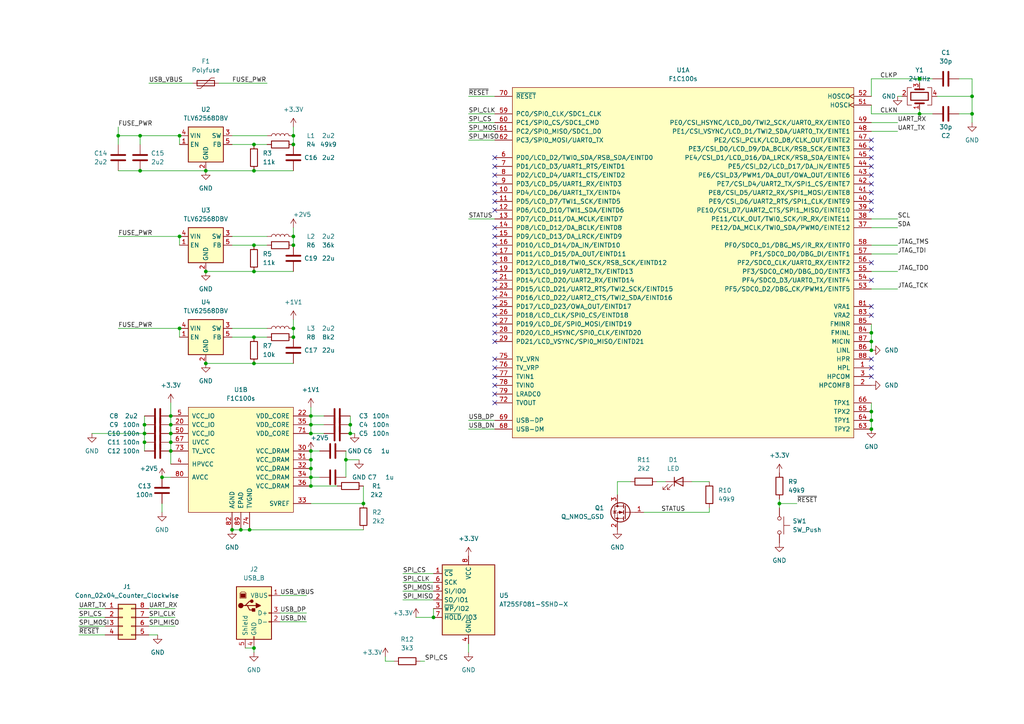
<source format=kicad_sch>
(kicad_sch (version 20230121) (generator eeschema)
  (paper "A4")
  (lib_symbols
    (symbol "3340_kicad:F1C100s" (pin_names (offset 1.016))
      (property "Reference" "U" (at 0 1.27 0))
      (property "Value" "F1C100s" (at 0 -1.27 0))
      (symbol "F1C100s_1_0"
        (pin output line (at 55.88 -30.48 180) (length 5.08) (name "HPL") (number "1"))
        (pin bidirectional line (at -53.34 20.32 0) (length 5.08) (name "PD4/LCD_D6/UART1_TX/EINTD4") (number "10"))
        (pin bidirectional line (at -53.34 17.78 0) (length 5.08) (name "PD5/LCD_D7/TWI1_SCK/EINTD5") (number "11"))
        (pin bidirectional line (at -53.34 15.24 0) (length 5.08) (name "PD6/LCD_D10/TWI1_SDA/EINTD6") (number "12"))
        (pin bidirectional line (at -53.34 12.7 0) (length 5.08) (name "PD7/LCD_D11/DA_MCLK/EINTD7") (number "13"))
        (pin bidirectional line (at -53.34 10.16 0) (length 5.08) (name "PD8/LCD_D12/DA_BCLK/EINTD8") (number "14"))
        (pin bidirectional line (at -53.34 7.62 0) (length 5.08) (name "PD9/LCD_D13/DA_LRCK/EINTD9") (number "15"))
        (pin bidirectional line (at -53.34 5.08 0) (length 5.08) (name "PD10/LCD_D14/DA_IN/EINTD10") (number "16"))
        (pin bidirectional line (at -53.34 2.54 0) (length 5.08) (name "PD11/LCD_D15/DA_OUT/EINTD11") (number "17"))
        (pin bidirectional line (at -53.34 0 0) (length 5.08) (name "PD12/LCD_D18/TWI0_SCK/RSB_SCK/EINTD12") (number "18"))
        (pin bidirectional line (at -53.34 -2.54 0) (length 5.08) (name "PD13/LCD_D19/UART2_TX/EINTD13") (number "19"))
        (pin input line (at 55.88 -35.56 180) (length 5.08) (name "HPCOMFB") (number "2"))
        (pin bidirectional line (at -53.34 -5.08 0) (length 5.08) (name "PD14/LCD_D20/UART2_RX/EINTD14") (number "21"))
        (pin bidirectional line (at -53.34 -7.62 0) (length 5.08) (name "PD15/LCD_D21/UART2_RTS/TWI2_SCK/EINTD15") (number "23"))
        (pin bidirectional line (at -53.34 -10.16 0) (length 5.08) (name "PD16/LCD_D22/UART2_CTS/TWI2_SDA/EINTD16") (number "24"))
        (pin bidirectional line (at -53.34 -12.7 0) (length 5.08) (name "PD17/LCD_D23/OWA_OUT/EINTD17") (number "25"))
        (pin bidirectional line (at -53.34 -15.24 0) (length 5.08) (name "PD18/LCD_CLK/SPI0_CS/EINTD18") (number "26"))
        (pin bidirectional line (at -53.34 -17.78 0) (length 5.08) (name "PD19/LCD_DE/SPI0_MOSI/EINTD19") (number "27"))
        (pin bidirectional line (at -53.34 -20.32 0) (length 5.08) (name "PD20/LCD_HSYNC/SPI0_CLK/EINTD20") (number "28"))
        (pin bidirectional line (at -53.34 -22.86 0) (length 5.08) (name "PD21/LCD_VSYNC/SPI0_MISO/EINTD21") (number "29"))
        (pin output line (at 55.88 -33.02 180) (length 5.08) (name "HPCOM") (number "3"))
        (pin bidirectional line (at 55.88 10.16 180) (length 5.08) (name "PE12/DA_MCLK/TWI0_SDA/PWM0/EINTE12") (number "37"))
        (pin bidirectional line (at 55.88 12.7 180) (length 5.08) (name "PE11/CLK_OUT/TWI0_SCK/IR_RX/EINTE11") (number "38"))
        (pin bidirectional line (at 55.88 15.24 180) (length 5.08) (name "PE10/CSI_D7/UART2_CTS/SPI1_MISO/EINTE10") (number "39"))
        (pin bidirectional line (at 55.88 17.78 180) (length 5.08) (name "PE9/CSI_D6/UART2_RTS/SPI1_CLK/EINTE9") (number "40"))
        (pin bidirectional line (at 55.88 20.32 180) (length 5.08) (name "PE8/CSI_D5/UART2_RX/SPI1_MOSI/EINTE8") (number "41"))
        (pin bidirectional line (at 55.88 22.86 180) (length 5.08) (name "PE7/CSI_D4/UART2_TX/SPI1_CS/EINTE7") (number "42"))
        (pin bidirectional line (at 55.88 25.4 180) (length 5.08) (name "PE6/CSI_D3/PWM1/DA_OUT/OWA_OUT/EINTE6") (number "43"))
        (pin bidirectional line (at 55.88 27.94 180) (length 5.08) (name "PE5/CSI_D2/LCD_D17/DA_IN/EINTE5") (number "44"))
        (pin bidirectional line (at 55.88 30.48 180) (length 5.08) (name "PE4/CSI_D1/LCD_D16/DA_LRCK/RSB_SDA/EINTE4") (number "45"))
        (pin bidirectional line (at 55.88 33.02 180) (length 5.08) (name "PE3/CSI_D0/LCD_D9/DA_BCLK/RSB_SCK/EINTE3") (number "46"))
        (pin bidirectional line (at 55.88 35.56 180) (length 5.08) (name "PE2/CSI_PCLK/LCD_D8/CLK_OUT/EINTE2") (number "47"))
        (pin bidirectional line (at 55.88 38.1 180) (length 5.08) (name "PE1/CSI_VSYNC/LCD_D1/TWI2_SDA/UART0_TX/EINTE1") (number "48"))
        (pin bidirectional line (at 55.88 40.64 180) (length 5.08) (name "PE0/CSI_HSYNC/LCD_D0/TWI2_SCK/UART0_RX/EINTE0") (number "49"))
        (pin input clock (at 55.88 45.72 180) (length 5.08) (name "HOSCI") (number "51"))
        (pin input clock (at 55.88 48.26 180) (length 5.08) (name "HOSCO") (number "52"))
        (pin bidirectional line (at 55.88 -7.62 180) (length 5.08) (name "PF5/SDC0_D2/DBG_CK/PWM1/EINTF5") (number "53"))
        (pin bidirectional line (at 55.88 -5.08 180) (length 5.08) (name "PF4/SDC0_D3/UART0_TX/EINTF4") (number "54"))
        (pin bidirectional line (at 55.88 -2.54 180) (length 5.08) (name "PF3/SDC0_CMD/DBG_DO/EINTF3") (number "55"))
        (pin bidirectional line (at 55.88 0 180) (length 5.08) (name "PF2/SDC0_CLK/UART0_RX/EINTF2") (number "56"))
        (pin bidirectional line (at 55.88 2.54 180) (length 5.08) (name "PF1/SDC0_D0/DBG_DI/EINTF1") (number "57"))
        (pin bidirectional line (at 55.88 5.08 180) (length 5.08) (name "PF0/SDC0_D1/DBG_MS/IR_RX/EINTF0") (number "58"))
        (pin bidirectional line (at -53.34 43.18 0) (length 5.08) (name "PC0/SPI0_CLK/SDC1_CLK") (number "59"))
        (pin bidirectional line (at -53.34 30.48 0) (length 5.08) (name "PD0/LCD_D2/TWI0_SDA/RSB_SDA/EINTD0") (number "6"))
        (pin bidirectional line (at -53.34 40.64 0) (length 5.08) (name "PC1/SPI0_CS/SDC1_CMD") (number "60"))
        (pin bidirectional line (at -53.34 38.1 0) (length 5.08) (name "PC2/SPI0_MISO/SDC1_D0") (number "61"))
        (pin bidirectional line (at -53.34 35.56 0) (length 5.08) (name "PC3/SPI0_MOSI/UART0_TX") (number "62"))
        (pin input line (at 55.88 -48.26 180) (length 5.08) (name "TPY2") (number "63"))
        (pin input line (at 55.88 -45.72 180) (length 5.08) (name "TPY1") (number "64"))
        (pin input line (at 55.88 -43.18 180) (length 5.08) (name "TPX2") (number "65"))
        (pin input line (at 55.88 -40.64 180) (length 5.08) (name "TPX1") (number "66"))
        (pin bidirectional line (at -53.34 -48.26 0) (length 5.08) (name "USB-DM") (number "68"))
        (pin bidirectional line (at -53.34 -45.72 0) (length 5.08) (name "USB-DP") (number "69"))
        (pin bidirectional line (at -53.34 27.94 0) (length 5.08) (name "PD1/LCD_D3/UART1_RTS/EINTD1") (number "7"))
        (pin input line (at -53.34 48.26 0) (length 5.08) (name "~{RESET}") (number "70"))
        (pin output line (at -53.34 -40.64 0) (length 5.08) (name "TVOUT") (number "72"))
        (pin input line (at -53.34 -27.94 0) (length 5.08) (name "TV_VRN") (number "75"))
        (pin input line (at -53.34 -30.48 0) (length 5.08) (name "TV_VRP") (number "76"))
        (pin input line (at -53.34 -33.02 0) (length 5.08) (name "TVIN1") (number "77"))
        (pin input line (at -53.34 -35.56 0) (length 5.08) (name "TVIN0") (number "78"))
        (pin input line (at -53.34 -38.1 0) (length 5.08) (name "LRADC0") (number "79"))
        (pin bidirectional line (at -53.34 25.4 0) (length 5.08) (name "PD2/LCD_D4/UART1_CTS/EINTD2") (number "8"))
        (pin input line (at 55.88 -20.32 180) (length 5.08) (name "FMINL") (number "84"))
        (pin input line (at 55.88 -17.78 180) (length 5.08) (name "FMINR") (number "85"))
        (pin input line (at 55.88 -25.4 180) (length 5.08) (name "LINL") (number "86"))
        (pin input line (at 55.88 -22.86 180) (length 5.08) (name "MICIN") (number "87"))
        (pin output line (at 55.88 -27.94 180) (length 5.08) (name "HPR") (number "88"))
        (pin bidirectional line (at -53.34 22.86 0) (length 5.08) (name "PD3/LCD_D5/UART1_RX/EINTD3") (number "9"))
      )
      (symbol "F1C100s_1_1"
        (rectangle (start -48.26 50.8) (end 50.8 -50.8) (fill (type background)))
        (pin output line (at 55.88 -12.7 180) (length 5.08) (name "VRA1") (number "81"))
        (pin output line (at 55.88 -15.24 180) (length 5.08) (name "VRA2") (number "83"))
      )
      (symbol "F1C100s_2_0"
        (pin power_in line (at -20.32 8.89 0) (length 5.08) (name "VCC_IO") (number "20"))
        (pin power_in line (at 20.32 11.43 180) (length 5.08) (name "VDD_CORE") (number "22"))
        (pin power_in line (at 20.32 1.27 180) (length 5.08) (name "VCC_DRAM") (number "30"))
        (pin power_in line (at 20.32 -1.27 180) (length 5.08) (name "VCC_DRAM") (number "31"))
        (pin power_in line (at 20.32 -3.81 180) (length 5.08) (name "VCC_DRAM") (number "32"))
        (pin input line (at 20.32 -13.97 180) (length 5.08) (name "SVREF") (number "33"))
        (pin power_in line (at 20.32 -6.35 180) (length 5.08) (name "VCC_DRAM") (number "34"))
        (pin power_in line (at 20.32 8.89 180) (length 5.08) (name "VDD_CORE") (number "35"))
        (pin power_in line (at 20.32 -8.89 180) (length 5.08) (name "VCC_DRAM") (number "36"))
        (pin power_in line (at -20.32 -2.54 0) (length 5.08) (name "HPVCC") (number "4"))
        (pin power_in line (at -20.32 11.43 0) (length 5.08) (name "VCC_IO") (number "5"))
        (pin power_in line (at -20.32 6.35 0) (length 5.08) (name "VCC_IO") (number "50"))
        (pin power_in line (at -20.32 3.81 0) (length 5.08) (name "UVCC") (number "67"))
        (pin power_in line (at 20.32 6.35 180) (length 5.08) (name "VDD_CORE") (number "71"))
        (pin power_in line (at -20.32 1.27 0) (length 5.08) (name "TV_VCC") (number "73"))
        (pin power_in line (at 2.54 -21.59 90) (length 5.08) (name "TVGND") (number "74"))
        (pin power_in line (at -20.32 -6.35 0) (length 5.08) (name "AVCC") (number "80"))
        (pin power_in line (at -2.54 -21.59 90) (length 5.08) (name "AGND") (number "82"))
        (pin power_in line (at 0 -21.59 90) (length 5.08) (name "EPAD") (number "89"))
      )
      (symbol "F1C100s_2_1"
        (rectangle (start -15.24 13.97) (end 15.24 -16.51) (fill (type background)))
      )
    )
    (symbol "Connector:USB_B" (pin_names (offset 1.016))
      (property "Reference" "J" (at -5.08 11.43 0))
      (property "Value" "USB_B" (at -5.08 8.89 0))
      (symbol "USB_B_0_1"
        (rectangle (start -5.08 -7.62) (end 5.08 7.62) (stroke (width 0.254)) (fill (type background)))
        (circle (center -3.81 2.159) (radius 0.635) (stroke (width 0.254)) (fill (type outline)))
        (rectangle (start -3.81 5.588) (end -2.54 4.572) (fill (type outline)))
        (circle (center -0.635 3.429) (radius 0.381) (stroke (width 0.254)) (fill (type outline)))
        (rectangle (start -0.127 -7.62) (end 0.127 -6.858))
        (polyline (pts (xy -1.905 2.159) (xy 0.635 2.159)) (stroke (width 0.254)))
        (polyline (pts (xy -3.175 2.159) (xy -2.54 2.159) (xy -1.27 3.429) (xy -0.635 3.429)) (stroke (width 0.254)))
        (polyline (pts (xy -2.54 2.159) (xy -1.905 2.159) (xy -1.27 0.889) (xy 0 0.889)) (stroke (width 0.254)))
        (polyline (pts (xy 0.635 2.794) (xy 0.635 1.524) (xy 1.905 2.159) (xy 0.635 2.794)) (stroke (width 0.254)) (fill (type outline)))
        (polyline (pts (xy -4.064 4.318) (xy -2.286 4.318) (xy -2.286 5.715) (xy -2.667 6.096) (xy -3.683 6.096) (xy -4.064 5.715) (xy -4.064 4.318)))
        (rectangle (start 0.254 1.27) (end -0.508 0.508) (stroke (width 0.254)) (fill (type outline)))
        (rectangle (start 5.08 -2.667) (end 4.318 -2.413))
        (rectangle (start 5.08 -0.127) (end 4.318 0.127))
        (rectangle (start 5.08 4.953) (end 4.318 5.207))
      )
      (symbol "USB_B_1_1"
        (pin power_out line (at 7.62 5.08 180) (length 2.54) (name "VBUS") (number "1"))
        (pin bidirectional line (at 7.62 -2.54 180) (length 2.54) (name "D-") (number "2"))
        (pin bidirectional line (at 7.62 0 180) (length 2.54) (name "D+") (number "3"))
        (pin power_out line (at 0 -10.16 90) (length 2.54) (name "GND") (number "4"))
        (pin passive line (at -2.54 -10.16 90) (length 2.54) (name "Shield") (number "5"))
      )
    )
    (symbol "Connector_Generic:Conn_02x04_Counter_Clockwise" (pin_names (offset 1.016) hide)
      (property "Reference" "J" (at 1.27 5.08 0))
      (property "Value" "Conn_02x04_Counter_Clockwise" (at 1.27 -7.62 0))
      (symbol "Conn_02x04_Counter_Clockwise_1_1"
        (rectangle (start -1.27 -4.953) (end 0 -5.207) (stroke (width 0.1524)))
        (rectangle (start -1.27 -2.413) (end 0 -2.667) (stroke (width 0.1524)))
        (rectangle (start -1.27 0.127) (end 0 -0.127) (stroke (width 0.1524)))
        (rectangle (start -1.27 2.667) (end 0 2.413) (stroke (width 0.1524)))
        (rectangle (start -1.27 3.81) (end 3.81 -6.35) (stroke (width 0.254)) (fill (type background)))
        (rectangle (start 3.81 -4.953) (end 2.54 -5.207) (stroke (width 0.1524)))
        (rectangle (start 3.81 -2.413) (end 2.54 -2.667) (stroke (width 0.1524)))
        (rectangle (start 3.81 0.127) (end 2.54 -0.127) (stroke (width 0.1524)))
        (rectangle (start 3.81 2.667) (end 2.54 2.413) (stroke (width 0.1524)))
        (pin passive line (at -5.08 2.54 0) (length 3.81) (name "Pin_1") (number "1"))
        (pin passive line (at -5.08 0 0) (length 3.81) (name "Pin_2") (number "2"))
        (pin passive line (at -5.08 -2.54 0) (length 3.81) (name "Pin_3") (number "3"))
        (pin passive line (at -5.08 -5.08 0) (length 3.81) (name "Pin_4") (number "4"))
        (pin passive line (at 7.62 -5.08 180) (length 3.81) (name "Pin_5") (number "5"))
        (pin passive line (at 7.62 -2.54 180) (length 3.81) (name "Pin_6") (number "6"))
        (pin passive line (at 7.62 0 180) (length 3.81) (name "Pin_7") (number "7"))
        (pin passive line (at 7.62 2.54 180) (length 3.81) (name "Pin_8") (number "8"))
      )
    )
    (symbol "Device:C" (pin_numbers hide) (pin_names (offset 0.254))
      (property "Reference" "C" (at 0.635 2.54 0))
      (property "Value" "C" (at 0.635 -2.54 0))
      (symbol "C_0_1"
        (polyline (pts (xy -2.032 -0.762) (xy 2.032 -0.762)) (stroke (width 0.508)))
        (polyline (pts (xy -2.032 0.762) (xy 2.032 0.762)) (stroke (width 0.508)))
      )
      (symbol "C_1_1"
        (pin passive line (at 0 3.81 270) (length 2.794) (name "~") (number "1"))
        (pin passive line (at 0 -3.81 90) (length 2.794) (name "~") (number "2"))
      )
    )
    (symbol "Device:Crystal_GND24" (pin_names (offset 1.016) hide)
      (property "Reference" "Y" (at 3.175 5.08 0))
      (property "Value" "Crystal_GND24" (at 3.175 3.175 0))
      (symbol "Crystal_GND24_0_1"
        (rectangle (start -1.143 2.54) (end 1.143 -2.54) (stroke (width 0.3048)))
        (polyline (pts (xy -2.54 0) (xy -2.032 0)))
        (polyline (pts (xy -2.032 -1.27) (xy -2.032 1.27)) (stroke (width 0.508)))
        (polyline (pts (xy 0 -3.81) (xy 0 -3.556)))
        (polyline (pts (xy 0 3.556) (xy 0 3.81)))
        (polyline (pts (xy 2.032 -1.27) (xy 2.032 1.27)) (stroke (width 0.508)))
        (polyline (pts (xy 2.032 0) (xy 2.54 0)))
        (polyline (pts (xy -2.54 -2.286) (xy -2.54 -3.556) (xy 2.54 -3.556) (xy 2.54 -2.286)))
        (polyline (pts (xy -2.54 2.286) (xy -2.54 3.556) (xy 2.54 3.556) (xy 2.54 2.286)))
      )
      (symbol "Crystal_GND24_1_1"
        (pin passive line (at -3.81 0 0) (length 1.27) (name "1") (number "1"))
        (pin passive line (at 0 5.08 270) (length 1.27) (name "2") (number "2"))
        (pin passive line (at 3.81 0 180) (length 1.27) (name "3") (number "3"))
        (pin passive line (at 0 -5.08 90) (length 1.27) (name "4") (number "4"))
      )
    )
    (symbol "Device:L" (pin_numbers hide) (pin_names (offset 1.016) hide)
      (property "Reference" "L" (at -1.27 0 90))
      (property "Value" "L" (at 1.905 0 90))
      (symbol "L_0_1"
        (arc (start 0 -2.54) (mid 0.6323 -1.905) (end 0 -1.27))
        (arc (start 0 -1.27) (mid 0.6323 -0.635) (end 0 0))
        (arc (start 0 0) (mid 0.6323 0.635) (end 0 1.27))
        (arc (start 0 1.27) (mid 0.6323 1.905) (end 0 2.54))
      )
      (symbol "L_1_1"
        (pin passive line (at 0 3.81 270) (length 1.27) (name "1") (number "1"))
        (pin passive line (at 0 -3.81 90) (length 1.27) (name "2") (number "2"))
      )
    )
    (symbol "Device:LED" (pin_numbers hide) (pin_names (offset 1.016) hide)
      (property "Reference" "D" (at 0 2.54 0))
      (property "Value" "LED" (at 0 -2.54 0))
      (symbol "LED_0_1"
        (polyline (pts (xy -1.27 -1.27) (xy -1.27 1.27)) (stroke (width 0.254)))
        (polyline (pts (xy -1.27 0) (xy 1.27 0)))
        (polyline (pts (xy 1.27 -1.27) (xy 1.27 1.27) (xy -1.27 0) (xy 1.27 -1.27)) (stroke (width 0.254)))
        (polyline (pts (xy -3.048 -0.762) (xy -4.572 -2.286) (xy -3.81 -2.286) (xy -4.572 -2.286) (xy -4.572 -1.524)))
        (polyline (pts (xy -1.778 -0.762) (xy -3.302 -2.286) (xy -2.54 -2.286) (xy -3.302 -2.286) (xy -3.302 -1.524)))
      )
      (symbol "LED_1_1"
        (pin passive line (at -3.81 0 0) (length 2.54) (name "K") (number "1"))
        (pin passive line (at 3.81 0 180) (length 2.54) (name "A") (number "2"))
      )
    )
    (symbol "Device:Polyfuse" (pin_numbers hide) (pin_names (offset 0))
      (property "Reference" "F" (at -2.54 0 90))
      (property "Value" "Polyfuse" (at 2.54 0 90))
      (symbol "Polyfuse_0_1"
        (rectangle (start -0.762 2.54) (end 0.762 -2.54) (stroke (width 0.254)))
        (polyline (pts (xy 0 2.54) (xy 0 -2.54)))
        (polyline (pts (xy -1.524 2.54) (xy -1.524 1.524) (xy 1.524 -1.524) (xy 1.524 -2.54)))
      )
      (symbol "Polyfuse_1_1"
        (pin passive line (at 0 3.81 270) (length 1.27) (name "~") (number "1"))
        (pin passive line (at 0 -3.81 90) (length 1.27) (name "~") (number "2"))
      )
    )
    (symbol "Device:Q_NMOS_GSD" (pin_names (offset 0) hide)
      (property "Reference" "Q" (at 5.08 1.27 0))
      (property "Value" "Q_NMOS_GSD" (at 5.08 -1.27 0))
      (symbol "Q_NMOS_GSD_0_1"
        (polyline (pts (xy 0.254 0) (xy -2.54 0)))
        (polyline (pts (xy 0.254 1.905) (xy 0.254 -1.905)) (stroke (width 0.254)))
        (polyline (pts (xy 0.762 -1.27) (xy 0.762 -2.286)) (stroke (width 0.254)))
        (polyline (pts (xy 0.762 0.508) (xy 0.762 -0.508)) (stroke (width 0.254)))
        (polyline (pts (xy 0.762 2.286) (xy 0.762 1.27)) (stroke (width 0.254)))
        (polyline (pts (xy 2.54 2.54) (xy 2.54 1.778)))
        (polyline (pts (xy 2.54 -2.54) (xy 2.54 0) (xy 0.762 0)))
        (polyline (pts (xy 0.762 -1.778) (xy 3.302 -1.778) (xy 3.302 1.778) (xy 0.762 1.778)))
        (polyline (pts (xy 1.016 0) (xy 2.032 0.381) (xy 2.032 -0.381) (xy 1.016 0)) (fill (type outline)))
        (polyline (pts (xy 2.794 0.508) (xy 2.921 0.381) (xy 3.683 0.381) (xy 3.81 0.254)))
        (polyline (pts (xy 3.302 0.381) (xy 2.921 -0.254) (xy 3.683 -0.254) (xy 3.302 0.381)))
        (circle (center 1.651 0) (radius 2.794) (stroke (width 0.254)))
        (circle (center 2.54 -1.778) (radius 0.254) (fill (type outline)))
        (circle (center 2.54 1.778) (radius 0.254) (fill (type outline)))
      )
      (symbol "Q_NMOS_GSD_1_1"
        (pin input line (at -5.08 0 0) (length 2.54) (name "G") (number "1"))
        (pin passive line (at 2.54 -5.08 90) (length 2.54) (name "S") (number "2"))
        (pin passive line (at 2.54 5.08 270) (length 2.54) (name "D") (number "3"))
      )
    )
    (symbol "Device:R" (pin_numbers hide) (pin_names (offset 0))
      (property "Reference" "R" (at 2.032 0 90))
      (property "Value" "R" (at 0 0 90))
      (symbol "R_0_1"
        (rectangle (start -1.016 -2.54) (end 1.016 2.54) (stroke (width 0.254)))
      )
      (symbol "R_1_1"
        (pin passive line (at 0 3.81 270) (length 1.27) (name "~") (number "1"))
        (pin passive line (at 0 -3.81 90) (length 1.27) (name "~") (number "2"))
      )
    )
    (symbol "Memory_Flash:AT25SF081-SSHD-X"
      (property "Reference" "U" (at -6.35 11.43 0))
      (property "Value" "AT25SF081-SSHD-X" (at 11.43 11.43 0))
      (symbol "AT25SF081-SSHD-X_0_1"
        (rectangle (start -7.62 10.16) (end 7.62 -10.16) (stroke (width 0.254)) (fill (type background)))
      )
      (symbol "AT25SF081-SSHD-X_1_1"
        (pin input line (at -10.16 7.62 0) (length 2.54) (name "~{CS}") (number "1"))
        (pin bidirectional line (at -10.16 0 0) (length 2.54) (name "SO/IO1") (number "2"))
        (pin bidirectional line (at -10.16 -2.54 0) (length 2.54) (name "~{WP}/IO2") (number "3"))
        (pin power_in line (at 0 -12.7 90) (length 2.54) (name "GND") (number "4"))
        (pin bidirectional line (at -10.16 2.54 0) (length 2.54) (name "SI/IO0") (number "5"))
        (pin input line (at -10.16 5.08 0) (length 2.54) (name "SCK") (number "6"))
        (pin bidirectional line (at -10.16 -5.08 0) (length 2.54) (name "~{HOLD}/IO3") (number "7"))
        (pin power_in line (at 0 12.7 270) (length 2.54) (name "VCC") (number "8"))
      )
    )
    (symbol "Regulator_Switching:TLV62568DBV"
      (property "Reference" "U" (at -5.08 6.35 0))
      (property "Value" "TLV62568DBV" (at 0 6.35 0))
      (symbol "TLV62568DBV_0_1"
        (rectangle (start -5.08 5.08) (end 5.08 -5.08) (stroke (width 0.254)) (fill (type background)))
      )
      (symbol "TLV62568DBV_1_1"
        (pin input line (at -7.62 0 0) (length 2.54) (name "EN") (number "1"))
        (pin power_in line (at 0 -7.62 90) (length 2.54) (name "GND") (number "2"))
        (pin power_out line (at 7.62 2.54 180) (length 2.54) (name "SW") (number "3"))
        (pin power_in line (at -7.62 2.54 0) (length 2.54) (name "VIN") (number "4"))
        (pin input line (at 7.62 0 180) (length 2.54) (name "FB") (number "5"))
      )
    )
    (symbol "Switch:SW_Push" (pin_numbers hide) (pin_names (offset 1.016) hide)
      (property "Reference" "SW" (at 1.27 2.54 0))
      (property "Value" "SW_Push" (at 0 -1.524 0))
      (symbol "SW_Push_0_1"
        (circle (center -2.032 0) (radius 0.508))
        (polyline (pts (xy 0 1.27) (xy 0 3.048)))
        (polyline (pts (xy 2.54 1.27) (xy -2.54 1.27)))
        (circle (center 2.032 0) (radius 0.508))
        (pin passive line (at -5.08 0 0) (length 2.54) (name "1") (number "1"))
        (pin passive line (at 5.08 0 180) (length 2.54) (name "2") (number "2"))
      )
    )
    (symbol "power:+1V1" (power) (pin_names (offset 0))
      (property "Value" "+1V1" (at 0 3.556 0))
      (symbol "+1V1_0_1"
        (polyline (pts (xy -0.762 1.27) (xy 0 2.54)))
        (polyline (pts (xy 0 0) (xy 0 2.54)))
        (polyline (pts (xy 0 2.54) (xy 0.762 1.27)))
      )
      (symbol "+1V1_1_1"
        (pin power_in line (at 0 0 90) (length 0) hide (name "+1V1") (number "1"))
      )
    )
    (symbol "power:+2V5" (power) (pin_names (offset 0))
      (property "Value" "+2V5" (at 0 3.556 0))
      (symbol "+2V5_0_1"
        (polyline (pts (xy -0.762 1.27) (xy 0 2.54)))
        (polyline (pts (xy 0 0) (xy 0 2.54)))
        (polyline (pts (xy 0 2.54) (xy 0.762 1.27)))
      )
      (symbol "+2V5_1_1"
        (pin power_in line (at 0 0 90) (length 0) hide (name "+2V5") (number "1"))
      )
    )
    (symbol "power:+3.3V" (power) (pin_names (offset 0))
      (property "Value" "+3.3V" (at 0 3.556 0))
      (symbol "+3.3V_0_1"
        (polyline (pts (xy -0.762 1.27) (xy 0 2.54)))
        (polyline (pts (xy 0 0) (xy 0 2.54)))
        (polyline (pts (xy 0 2.54) (xy 0.762 1.27)))
      )
      (symbol "+3.3V_1_1"
        (pin power_in line (at 0 0 90) (length 0) hide (name "+3.3V") (number "1"))
      )
    )
    (symbol "power:GND" (power) (pin_names (offset 0))
      (property "Value" "GND" (at 0 -3.81 0))
      (symbol "GND_0_1"
        (polyline (pts (xy 0 0) (xy 0 -1.27) (xy 1.27 -1.27) (xy 0 -2.54) (xy -1.27 -1.27) (xy 0 -1.27)))
      )
      (symbol "GND_1_1"
        (pin power_in line (at 0 0 270) (length 0) hide (name "GND") (number "1"))
      )
    )
  )
  (junction (at 49.53 123.19))
  (junction (at 41.91 128.27))
  (junction (at 59.69 78.74))
  (junction (at 73.66 97.79))
  (junction (at 46.99 138.43))
  (junction (at 34.29 39.37))
  (junction (at 41.91 123.19))
  (junction (at 73.66 41.91))
  (junction (at 85.09 39.37))
  (junction (at 252.73 119.38))
  (junction (at 90.17 138.43))
  (junction (at 73.66 71.12))
  (junction (at 85.09 68.58))
  (junction (at 49.53 120.65))
  (junction (at 90.17 130.81))
  (junction (at 266.7 22.86))
  (junction (at 73.66 78.74))
  (junction (at 101.6 123.19))
  (junction (at 52.07 68.58))
  (junction (at 72.39 153.67))
  (junction (at 252.73 99.06))
  (junction (at 90.17 123.19))
  (junction (at 105.41 146.05))
  (junction (at 40.64 39.37))
  (junction (at 252.73 121.92))
  (junction (at 85.09 97.79))
  (junction (at 90.17 125.73))
  (junction (at 73.66 49.53))
  (junction (at 52.07 95.25))
  (junction (at 41.91 125.73))
  (junction (at 85.09 41.91))
  (junction (at 90.17 140.97))
  (junction (at 67.31 153.67))
  (junction (at 125.73 179.07))
  (junction (at 85.09 71.12))
  (junction (at 59.69 49.53))
  (junction (at 59.69 105.41))
  (junction (at 85.09 95.25))
  (junction (at 90.17 135.89))
  (junction (at 100.33 133.35))
  (junction (at 226.06 146.05))
  (junction (at 252.73 124.46))
  (junction (at 101.6 125.73))
  (junction (at 52.07 39.37))
  (junction (at 252.73 96.52))
  (junction (at 40.64 49.53))
  (junction (at 281.94 33.02))
  (junction (at 69.85 153.67))
  (junction (at 252.73 101.6))
  (junction (at 73.66 105.41))
  (junction (at 90.17 133.35))
  (junction (at 49.53 128.27))
  (junction (at 281.94 27.94))
  (junction (at 266.7 33.02))
  (junction (at 49.53 130.81))
  (junction (at 90.17 120.65))
  (junction (at 73.66 187.96))
  (junction (at 49.53 125.73))
  (no_connect (at 252.73 58.42))
  (no_connect (at 143.51 78.74))
  (no_connect (at 252.73 81.28))
  (no_connect (at 143.51 93.98))
  (no_connect (at 252.73 53.34))
  (no_connect (at 143.51 76.2))
  (no_connect (at 143.51 99.06))
  (no_connect (at 252.73 76.2))
  (no_connect (at 143.51 114.3))
  (no_connect (at 143.51 45.72))
  (no_connect (at 252.73 50.8))
  (no_connect (at 252.73 60.96))
  (no_connect (at 252.73 91.44))
  (no_connect (at 143.51 58.42))
  (no_connect (at 252.73 109.22))
  (no_connect (at 252.73 55.88))
  (no_connect (at 143.51 68.58))
  (no_connect (at 143.51 55.88))
  (no_connect (at 143.51 71.12))
  (no_connect (at 252.73 43.18))
  (no_connect (at 252.73 45.72))
  (no_connect (at 143.51 48.26))
  (no_connect (at 143.51 109.22))
  (no_connect (at 143.51 53.34))
  (no_connect (at 252.73 48.26))
  (no_connect (at 143.51 86.36))
  (no_connect (at 143.51 116.84))
  (no_connect (at 252.73 40.64))
  (no_connect (at 252.73 88.9))
  (no_connect (at 143.51 50.8))
  (no_connect (at 143.51 83.82))
  (no_connect (at 252.73 106.68))
  (no_connect (at 252.73 104.14))
  (no_connect (at 143.51 91.44))
  (no_connect (at 143.51 73.66))
  (no_connect (at 143.51 81.28))
  (no_connect (at 143.51 60.96))
  (no_connect (at 143.51 104.14))
  (no_connect (at 143.51 106.68))
  (no_connect (at 143.51 111.76))
  (no_connect (at 143.51 88.9))
  (no_connect (at 143.51 96.52))
  (no_connect (at 143.51 66.04))
  (wire (pts (xy 101.6 120.65) (xy 101.6 123.19)))
  (wire (pts (xy 34.29 95.25) (xy 52.07 95.25)))
  (wire (pts (xy 101.6 123.19) (xy 101.6 125.73)))
  (wire (pts (xy 67.31 39.37) (xy 77.47 39.37)))
  (wire (pts (xy 205.74 139.7) (xy 200.66 139.7)))
  (wire (pts (xy 67.31 97.79) (xy 73.66 97.79)))
  (wire (pts (xy 90.17 133.35) (xy 90.17 135.89)))
  (wire (pts (xy 22.86 181.61) (xy 30.48 181.61)))
  (wire (pts (xy 100.33 130.81) (xy 100.33 133.35)))
  (wire (pts (xy 281.94 22.86) (xy 281.94 27.94)))
  (wire (pts (xy 81.28 172.72) (xy 88.9 172.72)))
  (wire (pts (xy 90.17 146.05) (xy 105.41 146.05)))
  (wire (pts (xy 73.66 105.41) (xy 85.09 105.41)))
  (wire (pts (xy 111.76 191.77) (xy 114.3 191.77)))
  (wire (pts (xy 90.17 118.11) (xy 90.17 120.65)))
  (wire (pts (xy 252.73 78.74) (xy 260.35 78.74)))
  (wire (pts (xy 52.07 39.37) (xy 40.64 39.37)))
  (wire (pts (xy 43.18 184.15) (xy 45.72 184.15)))
  (wire (pts (xy 252.73 99.06) (xy 252.73 101.6)))
  (wire (pts (xy 252.73 71.12) (xy 260.35 71.12)))
  (wire (pts (xy 49.53 116.84) (xy 49.53 120.65)))
  (wire (pts (xy 97.79 140.97) (xy 90.17 140.97)))
  (wire (pts (xy 72.39 153.67) (xy 105.41 153.67)))
  (wire (pts (xy 81.28 180.34) (xy 88.9 180.34)))
  (wire (pts (xy 135.89 189.23) (xy 135.89 186.69)))
  (wire (pts (xy 252.73 30.48) (xy 252.73 33.02)))
  (wire (pts (xy 135.89 27.94) (xy 143.51 27.94)))
  (wire (pts (xy 278.13 22.86) (xy 281.94 22.86)))
  (wire (pts (xy 252.73 119.38) (xy 252.73 121.92)))
  (wire (pts (xy 135.89 38.1) (xy 143.51 38.1)))
  (wire (pts (xy 116.84 173.99) (xy 125.73 173.99)))
  (wire (pts (xy 226.06 146.05) (xy 226.06 147.32)))
  (wire (pts (xy 179.07 139.7) (xy 182.88 139.7)))
  (wire (pts (xy 179.07 143.51) (xy 179.07 139.7)))
  (wire (pts (xy 252.73 96.52) (xy 252.73 99.06)))
  (wire (pts (xy 40.64 39.37) (xy 34.29 39.37)))
  (wire (pts (xy 41.91 120.65) (xy 41.91 123.19)))
  (wire (pts (xy 205.74 148.59) (xy 186.69 148.59)))
  (wire (pts (xy 22.86 179.07) (xy 30.48 179.07)))
  (wire (pts (xy 252.73 33.02) (xy 266.7 33.02)))
  (wire (pts (xy 67.31 95.25) (xy 77.47 95.25)))
  (wire (pts (xy 270.51 33.02) (xy 266.7 33.02)))
  (wire (pts (xy 85.09 95.25) (xy 85.09 97.79)))
  (wire (pts (xy 205.74 147.32) (xy 205.74 148.59)))
  (wire (pts (xy 123.19 191.77) (xy 121.92 191.77)))
  (wire (pts (xy 252.73 121.92) (xy 252.73 124.46)))
  (wire (pts (xy 59.69 105.41) (xy 73.66 105.41)))
  (wire (pts (xy 135.89 35.56) (xy 143.51 35.56)))
  (wire (pts (xy 90.17 138.43) (xy 90.17 140.97)))
  (wire (pts (xy 252.73 38.1) (xy 260.35 38.1)))
  (wire (pts (xy 59.69 78.74) (xy 73.66 78.74)))
  (wire (pts (xy 41.91 123.19) (xy 41.91 125.73)))
  (wire (pts (xy 135.89 121.92) (xy 143.51 121.92)))
  (wire (pts (xy 266.7 33.02) (xy 266.7 31.75)))
  (wire (pts (xy 49.53 130.81) (xy 49.53 134.62)))
  (wire (pts (xy 52.07 68.58) (xy 52.07 71.12)))
  (wire (pts (xy 43.18 24.13) (xy 55.88 24.13)))
  (wire (pts (xy 90.17 130.81) (xy 92.71 130.81)))
  (wire (pts (xy 73.66 78.74) (xy 85.09 78.74)))
  (wire (pts (xy 67.31 41.91) (xy 73.66 41.91)))
  (wire (pts (xy 34.29 49.53) (xy 40.64 49.53)))
  (wire (pts (xy 93.98 123.19) (xy 90.17 123.19)))
  (wire (pts (xy 69.85 153.67) (xy 72.39 153.67)))
  (wire (pts (xy 252.73 73.66) (xy 260.35 73.66)))
  (wire (pts (xy 43.18 181.61) (xy 50.8 181.61)))
  (wire (pts (xy 226.06 146.05) (xy 231.14 146.05)))
  (wire (pts (xy 135.89 124.46) (xy 143.51 124.46)))
  (wire (pts (xy 73.66 49.53) (xy 85.09 49.53)))
  (wire (pts (xy 125.73 176.53) (xy 125.73 179.07)))
  (wire (pts (xy 270.51 22.86) (xy 266.7 22.86)))
  (wire (pts (xy 49.53 128.27) (xy 49.53 130.81)))
  (wire (pts (xy 261.62 27.94) (xy 260.35 27.94)))
  (wire (pts (xy 46.99 148.59) (xy 46.99 146.05)))
  (wire (pts (xy 59.69 49.53) (xy 73.66 49.53)))
  (wire (pts (xy 40.64 39.37) (xy 40.64 41.91)))
  (wire (pts (xy 22.86 184.15) (xy 30.48 184.15)))
  (wire (pts (xy 266.7 22.86) (xy 252.73 22.86)))
  (wire (pts (xy 41.91 125.73) (xy 41.91 128.27)))
  (wire (pts (xy 111.76 190.5) (xy 111.76 191.77)))
  (wire (pts (xy 252.73 93.98) (xy 252.73 96.52)))
  (wire (pts (xy 77.47 71.12) (xy 73.66 71.12)))
  (wire (pts (xy 116.84 168.91) (xy 125.73 168.91)))
  (wire (pts (xy 34.29 39.37) (xy 34.29 41.91)))
  (wire (pts (xy 90.17 120.65) (xy 90.17 123.19)))
  (wire (pts (xy 102.87 125.73) (xy 101.6 125.73)))
  (wire (pts (xy 116.84 166.37) (xy 125.73 166.37)))
  (wire (pts (xy 49.53 125.73) (xy 49.53 128.27)))
  (wire (pts (xy 26.67 125.73) (xy 41.91 125.73)))
  (wire (pts (xy 49.53 123.19) (xy 49.53 125.73)))
  (wire (pts (xy 271.78 27.94) (xy 281.94 27.94)))
  (wire (pts (xy 85.09 92.71) (xy 85.09 95.25)))
  (wire (pts (xy 90.17 123.19) (xy 90.17 125.73)))
  (wire (pts (xy 85.09 39.37) (xy 85.09 41.91)))
  (wire (pts (xy 34.29 68.58) (xy 52.07 68.58)))
  (wire (pts (xy 85.09 66.04) (xy 85.09 68.58)))
  (wire (pts (xy 49.53 120.65) (xy 49.53 123.19)))
  (wire (pts (xy 135.89 63.5) (xy 143.51 63.5)))
  (wire (pts (xy 252.73 116.84) (xy 252.73 119.38)))
  (wire (pts (xy 40.64 49.53) (xy 59.69 49.53)))
  (wire (pts (xy 63.5 24.13) (xy 77.47 24.13)))
  (wire (pts (xy 252.73 35.56) (xy 260.35 35.56)))
  (wire (pts (xy 120.65 179.07) (xy 125.73 179.07)))
  (wire (pts (xy 52.07 95.25) (xy 52.07 97.79)))
  (wire (pts (xy 252.73 22.86) (xy 252.73 27.94)))
  (wire (pts (xy 100.33 133.35) (xy 100.33 138.43)))
  (wire (pts (xy 252.73 83.82) (xy 260.35 83.82)))
  (wire (pts (xy 92.71 138.43) (xy 90.17 138.43)))
  (wire (pts (xy 281.94 33.02) (xy 281.94 35.56)))
  (wire (pts (xy 193.04 139.7) (xy 190.5 139.7)))
  (wire (pts (xy 41.91 128.27) (xy 41.91 130.81)))
  (wire (pts (xy 278.13 33.02) (xy 281.94 33.02)))
  (wire (pts (xy 93.98 125.73) (xy 90.17 125.73)))
  (wire (pts (xy 93.98 120.65) (xy 90.17 120.65)))
  (wire (pts (xy 22.86 176.53) (xy 30.48 176.53)))
  (wire (pts (xy 71.12 187.96) (xy 73.66 187.96)))
  (wire (pts (xy 43.18 176.53) (xy 50.8 176.53)))
  (wire (pts (xy 252.73 66.04) (xy 260.35 66.04)))
  (wire (pts (xy 73.66 189.23) (xy 73.66 187.96)))
  (wire (pts (xy 90.17 130.81) (xy 90.17 133.35)))
  (wire (pts (xy 77.47 97.79) (xy 73.66 97.79)))
  (wire (pts (xy 116.84 171.45) (xy 125.73 171.45)))
  (wire (pts (xy 100.33 133.35) (xy 104.14 133.35)))
  (wire (pts (xy 67.31 153.67) (xy 69.85 153.67)))
  (wire (pts (xy 77.47 41.91) (xy 73.66 41.91)))
  (wire (pts (xy 67.31 68.58) (xy 77.47 68.58)))
  (wire (pts (xy 135.89 33.02) (xy 143.51 33.02)))
  (wire (pts (xy 135.89 40.64) (xy 143.51 40.64)))
  (wire (pts (xy 34.29 36.83) (xy 34.29 39.37)))
  (wire (pts (xy 266.7 22.86) (xy 266.7 24.13)))
  (wire (pts (xy 85.09 36.83) (xy 85.09 39.37)))
  (wire (pts (xy 81.28 177.8) (xy 88.9 177.8)))
  (wire (pts (xy 46.99 138.43) (xy 49.53 138.43)))
  (wire (pts (xy 43.18 179.07) (xy 50.8 179.07)))
  (wire (pts (xy 90.17 135.89) (xy 90.17 138.43)))
  (wire (pts (xy 281.94 27.94) (xy 281.94 33.02)))
  (wire (pts (xy 105.41 146.05) (xy 105.41 140.97)))
  (wire (pts (xy 252.73 63.5) (xy 260.35 63.5)))
  (wire (pts (xy 52.07 39.37) (xy 52.07 41.91)))
  (wire (pts (xy 67.31 71.12) (xy 73.66 71.12)))
  (wire (pts (xy 226.06 144.78) (xy 226.06 146.05)))
  (wire (pts (xy 85.09 68.58) (xy 85.09 71.12)))
  (label "UART_TX" (at 22.86 176.53 0))
  (label "SPI_MOSI" (at 22.86 181.61 0))
  (label "USB_DP" (at 135.89 121.92 0))
  (label "FUSE_PWR" (at 34.29 68.58 0))
  (label "~{RESET}" (at 231.14 146.05 0))
  (label "UART_TX" (at 260.35 38.1 0))
  (label "UART_RX" (at 260.35 35.56 0))
  (label "USB_DN" (at 81.28 180.34 0))
  (label "SPI_MOSI" (at 116.84 171.45 0))
  (label "CLKN" (at 255.27 33.02 0))
  (label "JTAG_TDO" (at 260.35 78.74 0))
  (label "STATUS" (at 135.89 63.5 0))
  (label "JTAG_TMS" (at 260.35 71.12 0))
  (label "USB_DP" (at 81.28 177.8 0))
  (label "CLKP" (at 255.27 22.86 0))
  (label "USB_VBUS" (at 43.18 24.13 0))
  (label "USB_VBUS" (at 81.28 172.72 0))
  (label "SPI_CS" (at 135.89 35.56 0))
  (label "USB_DN" (at 135.89 124.46 0))
  (label "SPI_CS" (at 22.86 179.07 0))
  (label "SCL" (at 260.35 63.5 0))
  (label "SPI_MISO" (at 116.84 173.99 0))
  (label "STATUS" (at 191.77 148.59 0))
  (label "FUSE_PWR" (at 34.29 95.25 0))
  (label "SPI_CS" (at 123.19 191.77 0))
  (label "UART_RX" (at 43.18 176.53 0))
  (label "~{RESET}" (at 22.86 184.15 0))
  (label "SPI_CS" (at 116.84 166.37 0))
  (label "FUSE_PWR" (at 34.29 36.83 0))
  (label "SPI_MOSI" (at 135.89 38.1 0))
  (label "SDA" (at 260.35 66.04 0))
  (label "JTAG_TDI" (at 260.35 73.66 0))
  (label "SPI_CLK" (at 135.89 33.02 0))
  (label "~{RESET}" (at 135.89 27.94 0))
  (label "SPI_MISO" (at 135.89 40.64 0))
  (label "JTAG_TCK" (at 260.35 83.82 0))
  (label "SPI_CLK" (at 116.84 168.91 0))
  (label "FUSE_PWR" (at 67.31 24.13 0))
  (label "SPI_CLK" (at 43.18 179.07 0))
  (label "SPI_MISO" (at 43.18 181.61 0))
  (symbol (lib_id "Device:R") (at 73.66 45.72 0) (unit 1)
    (property "Reference" "R3" (at 76.2 44.45 0) (effects (justify left)))
    (property "Value" "11k" (at 76.2 46.99 0) (effects (justify left)))
    (property "Footprint" "Resistor_SMD:R_0603_1608Metric" (effects hide))
  )
  (symbol (lib_id "Device:R") (at 81.28 97.79 90) (unit 1)
    (property "Reference" "R8" (at 90.17 97.79 90))
    (property "Value" "8k2" (at 95.25 97.79 90))
    (property "Footprint" "Resistor_SMD:R_0603_1608Metric" (effects hide))
  )
  (symbol (lib_id "power:GND") (at 67.31 153.67 0) (unit 1)
    (property "Reference" "#PWR08" (effects hide))
    (property "Value" "GND" (at 67.31 158.75 0))
  )
  (symbol (lib_id "power:GND") (at 59.69 105.41 0) (unit 1)
    (property "Reference" "#PWR019" (effects hide))
    (property "Value" "GND" (at 59.69 110.49 0))
  )
  (symbol (lib_id "Regulator_Switching:TLV62568DBV") (at 59.69 97.79 0) (unit 1)
    (property "Reference" "U4" (at 59.69 87.63 0))
    (property "Value" "TLV62568DBV" (at 59.69 90.17 0))
    (property "Footprint" "Package_TO_SOT_SMD:SOT-23-5" (effects hide))
    (property "Datasheet" "http://www.ti.com/lit/ds/symlink/tlv62568.pdf" (effects hide))
  )
  (symbol (lib_id "Regulator_Switching:TLV62568DBV") (at 59.69 41.91 0) (unit 1)
    (property "Reference" "U2" (at 59.69 31.75 0))
    (property "Value" "TLV62568DBV" (at 59.69 34.29 0))
    (property "Footprint" "Package_TO_SOT_SMD:SOT-23-5" (effects hide))
    (property "Datasheet" "http://www.ti.com/lit/ds/symlink/tlv62568.pdf" (effects hide))
  )
  (symbol (lib_id "power:GND") (at 46.99 148.59 0) (unit 1)
    (property "Reference" "#PWR07" (effects hide))
    (property "Value" "GND" (at 46.99 153.67 0))
  )
  (symbol (lib_id "Device:C") (at 85.09 74.93 0) (unit 1)
    (property "Reference" "C19" (at 90.17 74.93 0))
    (property "Value" "22u" (at 95.25 74.93 0))
    (property "Footprint" "Capacitor_SMD:C_0603_1608Metric" (effects hide))
  )
  (symbol (lib_id "Device:Q_NMOS_GSD") (at 181.61 148.59 0) (mirror y) (unit 1)
    (property "Reference" "Q1" (at 175.26 147.32 0) (effects (justify left)))
    (property "Value" "Q_NMOS_GSD" (at 175.26 149.86 0) (effects (justify left)))
  )
  (symbol (lib_id "power:+3.3V") (at 135.89 161.29 0) (unit 1)
    (property "Reference" "#PWR025" (effects hide))
    (property "Value" "+3.3V" (at 135.89 156.21 0))
  )
  (symbol (lib_id "Device:C") (at 34.29 45.72 0) (unit 1)
    (property "Reference" "C14" (at 29.21 44.45 0))
    (property "Value" "2u2" (at 29.21 46.99 0))
    (property "Footprint" "Capacitor_SMD:C_0603_1608Metric" (effects hide))
  )
  (symbol (lib_id "Device:C") (at 85.09 101.6 0) (unit 1)
    (property "Reference" "C17" (at 90.17 101.6 0))
    (property "Value" "22u" (at 95.25 101.6 0))
    (property "Footprint" "Capacitor_SMD:C_0603_1608Metric" (effects hide))
  )
  (symbol (lib_id "Device:R") (at 105.41 149.86 0) (unit 1)
    (property "Reference" "R2" (at 107.95 148.59 0) (effects (justify left)))
    (property "Value" "2k2" (at 107.95 151.13 0) (effects (justify left)))
    (property "Footprint" "Resistor_SMD:R_0603_1608Metric" (effects hide))
  )
  (symbol (lib_id "Device:Polyfuse") (at 59.69 24.13 90) (unit 1)
    (property "Reference" "F1" (at 59.69 17.78 90))
    (property "Value" "Polyfuse" (at 59.69 20.32 90))
  )
  (symbol (lib_id "Device:C") (at 45.72 120.65 270) (unit 1)
    (property "Reference" "C8" (at 33.02 120.65 90))
    (property "Value" "2u2" (at 38.1 120.65 90))
    (property "Footprint" "Capacitor_SMD:C_0603_1608Metric" (effects hide))
  )
  (symbol (lib_id "Device:R") (at 118.11 191.77 90) (unit 1)
    (property "Reference" "R12" (at 118.11 185.42 90))
    (property "Value" "3k3" (at 118.11 187.96 90))
    (property "Footprint" "Resistor_SMD:R_0603_1608Metric" (effects hide))
  )
  (symbol (lib_id "Device:R") (at 81.28 41.91 90) (unit 1)
    (property "Reference" "R4" (at 90.17 41.91 90))
    (property "Value" "49k9" (at 95.25 41.91 90))
    (property "Footprint" "Resistor_SMD:R_0603_1608Metric" (effects hide))
  )
  (symbol (lib_id "power:GND") (at 104.14 133.35 0) (unit 1)
    (property "Reference" "#PWR04" (effects hide))
    (property "Value" "GND" (at 104.14 138.43 0))
  )
  (symbol (lib_id "Device:C") (at 97.79 125.73 90) (unit 1)
    (property "Reference" "C5" (at 105.41 125.73 90))
    (property "Value" "100n" (at 110.49 125.73 90))
    (property "Footprint" "Capacitor_SMD:C_0603_1608Metric" (effects hide))
  )
  (symbol (lib_id "Device:C") (at 45.72 123.19 270) (unit 1)
    (property "Reference" "C9" (at 33.02 123.19 90))
    (property "Value" "100n" (at 38.1 123.19 90))
    (property "Footprint" "Capacitor_SMD:C_0603_1608Metric" (effects hide))
  )
  (symbol (lib_id "power:GND") (at 226.06 157.48 0) (unit 1)
    (property "Reference" "#PWR023" (effects hide))
    (property "Value" "GND" (at 226.06 162.56 0))
  )
  (symbol (lib_id "power:GND") (at 260.35 27.94 0) (unit 1)
    (property "Reference" "#PWR03" (effects hide))
    (property "Value" "GND" (at 257.81 27.94 0))
  )
  (symbol (lib_id "Device:R") (at 186.69 139.7 90) (unit 1)
    (property "Reference" "R11" (at 186.69 133.35 90))
    (property "Value" "2k2" (at 186.69 135.89 90))
    (property "Footprint" "Resistor_SMD:R_0603_1608Metric" (effects hide))
  )
  (symbol (lib_id "power:+1V1") (at 90.17 118.11 0) (unit 1)
    (property "Reference" "#PWR015" (effects hide))
    (property "Value" "+1V1" (at 90.17 113.03 0))
  )
  (symbol (lib_id "3340_kicad:F1C100s") (at 69.85 132.08 0) (unit 2)
    (property "Reference" "U1" (at 69.85 113.03 0))
    (property "Value" "F1C100s" (at 69.85 115.57 0))
    (property "Footprint" "3340:QFN-88_EP_10x10_Pitch0.4mm" (effects hide))
  )
  (symbol (lib_id "power:GND") (at 179.07 153.67 0) (unit 1)
    (property "Reference" "#PWR020" (effects hide))
    (property "Value" "GND" (at 179.07 158.75 0))
  )
  (symbol (lib_id "power:+3.3V") (at 85.09 36.83 0) (unit 1)
    (property "Reference" "#PWR016" (effects hide))
    (property "Value" "+3.3V" (at 85.09 31.75 0))
  )
  (symbol (lib_id "Connector_Generic:Conn_02x04_Counter_Clockwise") (at 35.56 179.07 0) (unit 1)
    (property "Reference" "J1" (at 36.83 170.18 0))
    (property "Value" "Conn_02x04_Counter_Clockwise" (at 36.83 172.72 0))
  )
  (symbol (lib_id "3340_kicad:F1C100s") (at 196.85 76.2 0) (unit 1)
    (property "Reference" "U1" (at 198.12 20.32 0))
    (property "Value" "F1C100s" (at 198.12 22.86 0))
    (property "Footprint" "3340:QFN-88_EP_10x10_Pitch0.4mm" (effects hide))
  )
  (symbol (lib_id "Device:C") (at 97.79 120.65 90) (unit 1)
    (property "Reference" "C3" (at 105.41 120.65 90))
    (property "Value" "100n" (at 110.49 120.65 90))
    (property "Footprint" "Capacitor_SMD:C_0603_1608Metric" (effects hide))
  )
  (symbol (lib_id "power:GND") (at 59.69 49.53 0) (unit 1)
    (property "Reference" "#PWR05" (effects hide))
    (property "Value" "GND" (at 59.69 54.61 0))
  )
  (symbol (lib_id "power:GND") (at 102.87 125.73 0) (unit 1)
    (property "Reference" "#PWR06" (effects hide))
    (property "Value" "GND" (at 102.87 130.81 0))
  )
  (symbol (lib_id "power:GND") (at 45.72 184.15 0) (unit 1)
    (property "Reference" "#PWR029" (effects hide))
    (property "Value" "GND" (at 45.72 189.23 0))
  )
  (symbol (lib_id "Device:R") (at 226.06 140.97 0) (unit 1)
    (property "Reference" "R9" (at 228.6 139.7 0) (effects (justify left)))
    (property "Value" "49k9" (at 228.6 142.24 0) (effects (justify left)))
    (property "Footprint" "Resistor_SMD:R_0603_1608Metric" (effects hide))
  )
  (symbol (lib_id "Device:R") (at 101.6 140.97 270) (unit 1)
    (property "Reference" "R1" (at 109.22 140.97 90))
    (property "Value" "2k2" (at 109.22 143.51 90))
    (property "Footprint" "Resistor_SMD:R_0603_1608Metric" (effects hide))
  )
  (symbol (lib_id "Switch:SW_Push") (at 226.06 152.4 270) (unit 1)
    (property "Reference" "SW1" (at 229.87 151.13 90) (effects (justify left)))
    (property "Value" "SW_Push" (at 229.87 153.67 90) (effects (justify left)))
  )
  (symbol (lib_id "Device:R") (at 73.66 74.93 0) (unit 1)
    (property "Reference" "R5" (at 76.2 73.66 0) (effects (justify left)))
    (property "Value" "11k" (at 76.2 76.2 0) (effects (justify left)))
    (property "Footprint" "Resistor_SMD:R_0603_1608Metric" (effects hide))
  )
  (symbol (lib_id "Device:R") (at 73.66 101.6 0) (unit 1)
    (property "Reference" "R7" (at 76.2 100.33 0) (effects (justify left)))
    (property "Value" "10k" (at 76.2 102.87 0) (effects (justify left)))
    (property "Footprint" "Resistor_SMD:R_0603_1608Metric" (effects hide))
  )
  (symbol (lib_id "Device:C") (at 46.99 142.24 0) (unit 1)
    (property "Reference" "C13" (at 41.91 140.97 0))
    (property "Value" "100n" (at 41.91 143.51 0))
    (property "Footprint" "Capacitor_SMD:C_0603_1608Metric" (effects hide))
  )
  (symbol (lib_id "power:GND") (at 59.69 78.74 0) (unit 1)
    (property "Reference" "#PWR017" (effects hide))
    (property "Value" "GND" (at 59.69 83.82 0))
  )
  (symbol (lib_id "power:+1V1") (at 85.09 92.71 0) (unit 1)
    (property "Reference" "#PWR021" (effects hide))
    (property "Value" "+1V1" (at 85.09 87.63 0))
  )
  (symbol (lib_id "power:+3.3V") (at 111.76 190.5 0) (unit 1)
    (property "Reference" "#PWR027" (effects hide))
    (property "Value" "+3.3V" (at 107.95 189.23 0))
  )
  (symbol (lib_id "Device:Crystal_GND24") (at 266.7 27.94 90) (unit 1)
    (property "Reference" "Y1" (at 266.7 20.32 90))
    (property "Value" "24MHz" (at 266.7 22.86 90))
  )
  (symbol (lib_id "Device:C") (at 45.72 130.81 270) (unit 1)
    (property "Reference" "C12" (at 33.02 130.81 90))
    (property "Value" "100n" (at 38.1 130.81 90))
    (property "Footprint" "Capacitor_SMD:C_0603_1608Metric" (effects hide))
  )
  (symbol (lib_id "Device:C") (at 40.64 45.72 0) (unit 1)
    (property "Reference" "C15" (at 45.72 44.45 0))
    (property "Value" "2u2" (at 45.72 46.99 0))
    (property "Footprint" "Capacitor_SMD:C_0603_1608Metric" (effects hide))
  )
  (symbol (lib_id "Device:C") (at 96.52 130.81 90) (unit 1)
    (property "Reference" "C6" (at 106.68 130.81 90))
    (property "Value" "1u" (at 111.76 130.81 90))
    (property "Footprint" "Capacitor_SMD:C_0603_1608Metric" (effects hide))
  )
  (symbol (lib_id "Device:L") (at 81.28 68.58 90) (unit 1)
    (property "Reference" "L2" (at 90.17 68.58 90))
    (property "Value" "2u2" (at 95.25 68.58 90))
    (property "Footprint" "Inductor_SMD:L_0603_1608Metric" (effects hide))
  )
  (symbol (lib_id "power:+3.3V") (at 49.53 116.84 0) (unit 1)
    (property "Reference" "#PWR012" (effects hide))
    (property "Value" "+3.3V" (at 49.53 111.76 0))
  )
  (symbol (lib_id "Device:C") (at 274.32 22.86 90) (unit 1)
    (property "Reference" "C1" (at 274.32 15.24 90))
    (property "Value" "30p" (at 274.32 17.78 90))
    (property "Footprint" "Capacitor_SMD:C_0603_1608Metric" (effects hide))
  )
  (symbol (lib_id "power:GND") (at 135.89 189.23 0) (unit 1)
    (property "Reference" "#PWR024" (effects hide))
    (property "Value" "GND" (at 135.89 194.31 0))
  )
  (symbol (lib_id "Device:C") (at 45.72 125.73 270) (unit 1)
    (property "Reference" "C10" (at 33.02 125.73 90))
    (property "Value" "100n" (at 38.1 125.73 90))
    (property "Footprint" "Capacitor_SMD:C_0603_1608Metric" (effects hide))
  )
  (symbol (lib_id "power:GND") (at 26.67 125.73 0) (unit 1)
    (property "Reference" "#PWR011" (effects hide))
    (property "Value" "GND" (at 26.67 130.81 0))
  )
  (symbol (lib_id "Device:L") (at 81.28 95.25 90) (unit 1)
    (property "Reference" "L3" (at 90.17 95.25 90))
    (property "Value" "2u2" (at 95.25 95.25 90))
    (property "Footprint" "Inductor_SMD:L_0603_1608Metric" (effects hide))
  )
  (symbol (lib_id "Device:C") (at 274.32 33.02 90) (unit 1)
    (property "Reference" "C2" (at 274.32 39.37 90))
    (property "Value" "30p" (at 274.32 36.83 90))
    (property "Footprint" "Capacitor_SMD:C_0603_1608Metric" (effects hide))
  )
  (symbol (lib_id "power:+2V5") (at 85.09 66.04 0) (unit 1)
    (property "Reference" "#PWR018" (effects hide))
    (property "Value" "+2V5" (at 87.63 62.23 0))
  )
  (symbol (lib_id "power:GND") (at 281.94 35.56 0) (unit 1)
    (property "Reference" "#PWR02" (effects hide))
    (property "Value" "GND" (at 281.94 40.64 0))
  )
  (symbol (lib_id "Memory_Flash:AT25SF081-SSHD-X") (at 135.89 173.99 0) (unit 1)
    (property "Reference" "U5" (at 144.78 172.72 0) (effects (justify left)))
    (property "Value" "AT25SF081-SSHD-X" (at 144.78 175.26 0) (effects (justify left)))
    (property "Footprint" "Package_SO:SOIC-8_3.9x4.9mm_P1.27mm" (effects hide))
    (property "Datasheet" "https://www.adestotech.com/wp-content/uploads/DS-AT25SF081_045.pdf" (effects hide))
  )
  (symbol (lib_id "power:+2V5") (at 90.17 130.81 0) (unit 1)
    (property "Reference" "#PWR014" (effects hide))
    (property "Value" "+2V5" (at 92.71 127 0))
  )
  (symbol (lib_id "Device:R") (at 81.28 71.12 90) (unit 1)
    (property "Reference" "R6" (at 90.17 71.12 90))
    (property "Value" "36k" (at 95.25 71.12 90))
    (property "Footprint" "Resistor_SMD:R_0603_1608Metric" (effects hide))
  )
  (symbol (lib_id "Device:L") (at 81.28 39.37 90) (unit 1)
    (property "Reference" "L1" (at 90.17 39.37 90))
    (property "Value" "2u2" (at 95.25 39.37 90))
    (property "Footprint" "Inductor_SMD:L_0603_1608Metric" (effects hide))
  )
  (symbol (lib_id "Device:R") (at 205.74 143.51 0) (unit 1)
    (property "Reference" "R10" (at 208.28 142.24 0) (effects (justify left)))
    (property "Value" "49k9" (at 208.28 144.78 0) (effects (justify left)))
    (property "Footprint" "Resistor_SMD:R_0603_1608Metric" (effects hide))
  )
  (symbol (lib_id "Device:C") (at 85.09 45.72 0) (unit 1)
    (property "Reference" "C16" (at 90.17 45.72 0))
    (property "Value" "2u2" (at 95.25 45.72 0))
    (property "Footprint" "Capacitor_SMD:C_0603_1608Metric" (effects hide))
  )
  (symbol (lib_id "power:GND") (at 252.73 101.6 90) (unit 1)
    (property "Reference" "#PWR09" (effects hide))
    (property "Value" "GND" (at 256.54 101.6 90) (effects (justify right)))
  )
  (symbol (lib_id "Regulator_Switching:TLV62568DBV") (at 59.69 71.12 0) (unit 1)
    (property "Reference" "U3" (at 59.69 60.96 0))
    (property "Value" "TLV62568DBV" (at 59.69 63.5 0))
    (property "Footprint" "Package_TO_SOT_SMD:SOT-23-5" (effects hide))
    (property "Datasheet" "http://www.ti.com/lit/ds/symlink/tlv62568.pdf" (effects hide))
  )
  (symbol (lib_id "Device:LED") (at 196.85 139.7 0) (unit 1)
    (property "Reference" "D1" (at 195.2625 133.35 0))
    (property "Value" "LED" (at 195.2625 135.89 0))
    (property "Footprint" "LED_SMD:LED_0603_1608Metric" (effects hide))
  )
  (symbol (lib_id "Device:C") (at 45.72 128.27 270) (unit 1)
    (property "Reference" "C11" (at 33.02 128.27 90))
    (property "Value" "100n" (at 38.1 128.27 90))
    (property "Footprint" "Capacitor_SMD:C_0603_1608Metric" (effects hide))
  )
  (symbol (lib_id "power:GND") (at 252.73 124.46 0) (unit 1)
    (property "Reference" "#PWR01" (effects hide))
    (property "Value" "GND" (at 252.73 129.54 0))
  )
  (symbol (lib_id "power:+3.3V") (at 226.06 137.16 0) (unit 1)
    (property "Reference" "#PWR022" (effects hide))
    (property "Value" "+3.3V" (at 226.06 132.08 0))
  )
  (symbol (lib_id "Connector:USB_B") (at 73.66 177.8 0) (unit 1)
    (property "Reference" "J2" (at 73.66 165.1 0))
    (property "Value" "USB_B" (at 73.66 167.64 0))
    (property "Datasheet" " ~" (effects hide))
  )
  (symbol (lib_id "Device:C") (at 96.52 138.43 90) (unit 1)
    (property "Reference" "C7" (at 107.95 138.43 90))
    (property "Value" "1u" (at 113.03 138.43 90))
    (property "Footprint" "Capacitor_SMD:C_0603_1608Metric" (effects hide))
  )
  (symbol (lib_id "power:+3.3V") (at 120.65 179.07 0) (unit 1)
    (property "Reference" "#PWR026" (effects hide))
    (property "Value" "+3.3V" (at 116.84 177.8 0))
  )
  (symbol (lib_id "Device:C") (at 97.79 123.19 90) (unit 1)
    (property "Reference" "C4" (at 105.41 123.19 90))
    (property "Value" "100n" (at 110.49 123.19 90))
    (property "Footprint" "Capacitor_SMD:C_0603_1608Metric" (effects hide))
  )
  (symbol (lib_id "power:GND") (at 73.66 189.23 0) (unit 1)
    (property "Reference" "#PWR028" (effects hide))
    (property "Value" "GND" (at 73.66 194.31 0))
  )
  (symbol (lib_id "power:+2V5") (at 46.99 138.43 0) (unit 1)
    (property "Reference" "#PWR013" (effects hide))
    (property "Value" "+2V5" (at 43.18 135.89 0))
  )
  (symbol (lib_id "power:GND") (at 252.73 111.76 90) (unit 1)
    (property "Reference" "#PWR010" (effects hide))
    (property "Value" "GND" (at 256.54 111.76 90) (effects (justify right)))
  )
)
</source>
